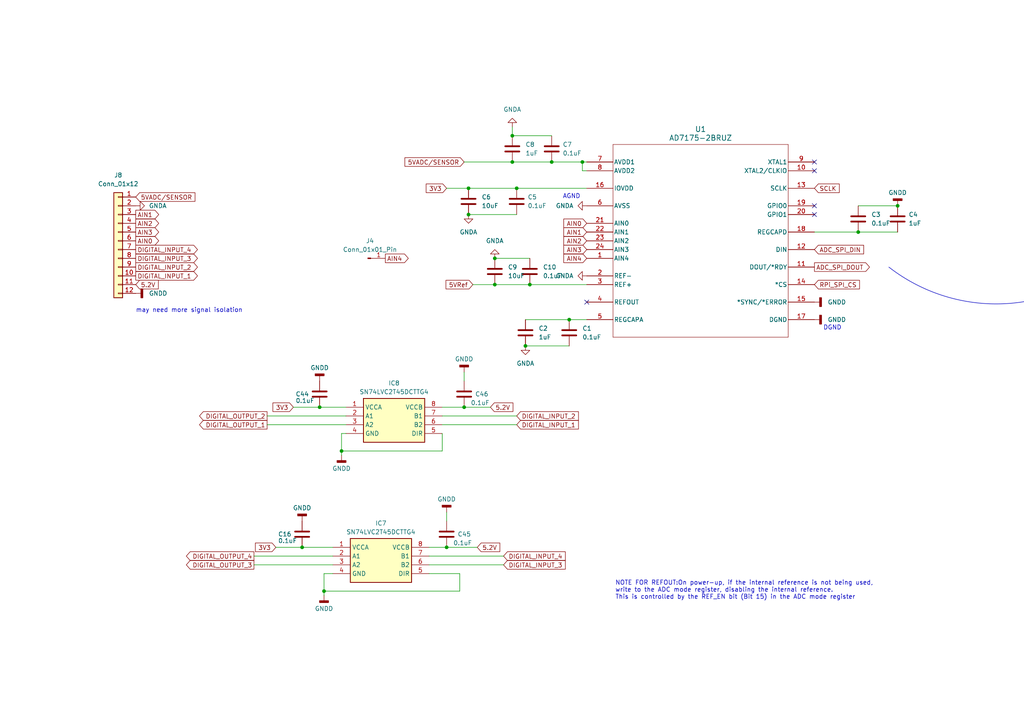
<source format=kicad_sch>
(kicad_sch (version 20230121) (generator eeschema)
  (paper "A4")
  (lib_symbols
    (symbol "Analog_ADC:AD7175-2BRUZ" (pin_names (offset 0.254))
      (property "Reference" "U" (at 33.02 10.16 0))
      (property "Value" "AD7175-2BRUZ" (at 33.02 7.62 0))
      (symbol "AD7175-2BRUZ_0_1"
        (polyline (pts (xy 7.62 -50.8) (xy 58.42 -50.8)) (stroke (width 0.127)))
        (polyline (pts (xy 7.62 5.08) (xy 7.62 -50.8)) (stroke (width 0.127)))
        (polyline (pts (xy 58.42 -50.8) (xy 58.42 5.08)) (stroke (width 0.127)))
        (polyline (pts (xy 58.42 5.08) (xy 7.62 5.08)) (stroke (width 0.127)))
        (pin unspecified line (at 0 -27.94 0) (length 7.62) (name "AIN4") (number "1"))
        (pin unspecified line (at 66.04 -2.54 180) (length 7.62) (name "XTAL2/CLKIO") (number "10"))
        (pin unspecified line (at 66.04 -30.48 180) (length 7.62) (name "DOUT/*RDY") (number "11"))
        (pin unspecified line (at 66.04 -25.4 180) (length 7.62) (name "DIN") (number "12"))
        (pin unspecified line (at 66.04 -7.62 180) (length 7.62) (name "SCLK") (number "13"))
        (pin unspecified line (at 66.04 -35.56 180) (length 7.62) (name "*CS") (number "14"))
        (pin unspecified line (at 66.04 -40.64 180) (length 7.62) (name "*SYNC/*ERROR") (number "15"))
        (pin unspecified line (at 0 -7.62 0) (length 7.62) (name "IOVDD") (number "16"))
        (pin unspecified line (at 66.04 -45.72 180) (length 7.62) (name "DGND") (number "17"))
        (pin unspecified line (at 66.04 -20.32 180) (length 7.62) (name "REGCAPD") (number "18"))
        (pin unspecified line (at 66.04 -12.7 180) (length 7.62) (name "GPIO0") (number "19"))
        (pin unspecified line (at 0 -33.02 0) (length 7.62) (name "REF-") (number "2"))
        (pin unspecified line (at 66.04 -15.24 180) (length 7.62) (name "GPIO1") (number "20"))
        (pin unspecified line (at 0 -17.78 0) (length 7.62) (name "AIN0") (number "21"))
        (pin unspecified line (at 0 -20.32 0) (length 7.62) (name "AIN1") (number "22"))
        (pin unspecified line (at 0 -22.86 0) (length 7.62) (name "AIN2") (number "23"))
        (pin unspecified line (at 0 -25.4 0) (length 7.62) (name "AIN3") (number "24"))
        (pin unspecified line (at 0 -35.56 0) (length 7.62) (name "REF+") (number "3"))
        (pin unspecified line (at 0 -40.64 0) (length 7.62) (name "REFOUT") (number "4"))
        (pin unspecified line (at 0 -45.72 0) (length 7.62) (name "REGCAPA") (number "5"))
        (pin unspecified line (at 0 -12.7 0) (length 7.62) (name "AVSS") (number "6"))
        (pin unspecified line (at 0 0 0) (length 7.62) (name "AVDD1") (number "7"))
        (pin unspecified line (at 0 -2.54 0) (length 7.62) (name "AVDD2") (number "8"))
        (pin unspecified line (at 66.04 0 180) (length 7.62) (name "XTAL1") (number "9"))
      )
    )
    (symbol "Connector:Conn_01x01_Pin" (pin_names (offset 1.016) hide)
      (property "Reference" "J" (at 0 2.54 0))
      (property "Value" "Conn_01x01_Pin" (at 0 -2.54 0))
      (symbol "Conn_01x01_Pin_1_1"
        (polyline (pts (xy 1.27 0) (xy 0.8636 0)) (stroke (width 0.1524)))
        (rectangle (start 0.8636 0.127) (end 0 -0.127) (stroke (width 0.1524)) (fill (type outline)))
        (pin passive line (at 5.08 0 180) (length 3.81) (name "Pin_1") (number "1"))
      )
    )
    (symbol "Connector_Generic:Conn_01x12" (pin_names (offset 1.016) hide)
      (property "Reference" "J" (at 0 15.24 0))
      (property "Value" "Conn_01x12" (at 0 -17.78 0))
      (symbol "Conn_01x12_1_1"
        (rectangle (start -1.27 -15.113) (end 0 -15.367) (stroke (width 0.1524)))
        (rectangle (start -1.27 -12.573) (end 0 -12.827) (stroke (width 0.1524)))
        (rectangle (start -1.27 -10.033) (end 0 -10.287) (stroke (width 0.1524)))
        (rectangle (start -1.27 -7.493) (end 0 -7.747) (stroke (width 0.1524)))
        (rectangle (start -1.27 -4.953) (end 0 -5.207) (stroke (width 0.1524)))
        (rectangle (start -1.27 -2.413) (end 0 -2.667) (stroke (width 0.1524)))
        (rectangle (start -1.27 0.127) (end 0 -0.127) (stroke (width 0.1524)))
        (rectangle (start -1.27 2.667) (end 0 2.413) (stroke (width 0.1524)))
        (rectangle (start -1.27 5.207) (end 0 4.953) (stroke (width 0.1524)))
        (rectangle (start -1.27 7.747) (end 0 7.493) (stroke (width 0.1524)))
        (rectangle (start -1.27 10.287) (end 0 10.033) (stroke (width 0.1524)))
        (rectangle (start -1.27 12.827) (end 0 12.573) (stroke (width 0.1524)))
        (rectangle (start -1.27 13.97) (end 1.27 -16.51) (stroke (width 0.254)) (fill (type background)))
        (pin passive line (at -5.08 12.7 0) (length 3.81) (name "Pin_1") (number "1"))
        (pin passive line (at -5.08 -10.16 0) (length 3.81) (name "Pin_10") (number "10"))
        (pin passive line (at -5.08 -12.7 0) (length 3.81) (name "Pin_11") (number "11"))
        (pin passive line (at -5.08 -15.24 0) (length 3.81) (name "Pin_12") (number "12"))
        (pin passive line (at -5.08 10.16 0) (length 3.81) (name "Pin_2") (number "2"))
        (pin passive line (at -5.08 7.62 0) (length 3.81) (name "Pin_3") (number "3"))
        (pin passive line (at -5.08 5.08 0) (length 3.81) (name "Pin_4") (number "4"))
        (pin passive line (at -5.08 2.54 0) (length 3.81) (name "Pin_5") (number "5"))
        (pin passive line (at -5.08 0 0) (length 3.81) (name "Pin_6") (number "6"))
        (pin passive line (at -5.08 -2.54 0) (length 3.81) (name "Pin_7") (number "7"))
        (pin passive line (at -5.08 -5.08 0) (length 3.81) (name "Pin_8") (number "8"))
        (pin passive line (at -5.08 -7.62 0) (length 3.81) (name "Pin_9") (number "9"))
      )
    )
    (symbol "Device:C" (pin_numbers hide) (pin_names (offset 0.254))
      (property "Reference" "C" (at 0.635 2.54 0))
      (property "Value" "C" (at 0.635 -2.54 0))
      (symbol "C_0_1"
        (polyline (pts (xy -2.032 -0.762) (xy 2.032 -0.762)) (stroke (width 0.508)))
        (polyline (pts (xy -2.032 0.762) (xy 2.032 0.762)) (stroke (width 0.508)))
      )
      (symbol "C_1_1"
        (pin passive line (at 0 3.81 270) (length 2.794) (name "~") (number "1"))
        (pin passive line (at 0 -3.81 90) (length 2.794) (name "~") (number "2"))
      )
    )
    (symbol "Logic_LevelTranslator:SN74LVC2T45DCTTG4"
      (property "Reference" "IC" (at 24.13 7.62 0))
      (property "Value" "SN74LVC2T45DCTTG4" (at 24.13 5.08 0))
      (symbol "SN74LVC2T45DCTTG4_1_1"
        (rectangle (start 5.08 2.54) (end 22.86 -10.16) (stroke (width 0.254)) (fill (type background)))
        (pin passive line (at 0 0 0) (length 5.08) (name "VCCA") (number "1"))
        (pin passive line (at 0 -2.54 0) (length 5.08) (name "A1") (number "2"))
        (pin passive line (at 0 -5.08 0) (length 5.08) (name "A2") (number "3"))
        (pin passive line (at 0 -7.62 0) (length 5.08) (name "GND") (number "4"))
        (pin passive line (at 27.94 -7.62 180) (length 5.08) (name "DIR") (number "5"))
        (pin passive line (at 27.94 -5.08 180) (length 5.08) (name "B2") (number "6"))
        (pin passive line (at 27.94 -2.54 180) (length 5.08) (name "B1") (number "7"))
        (pin passive line (at 27.94 0 180) (length 5.08) (name "VCCB") (number "8"))
      )
    )
    (symbol "power:GNDA" (power) (pin_names (offset 0))
      (property "Value" "GNDA" (at 0 -3.81 0))
      (symbol "GNDA_0_1"
        (polyline (pts (xy 0 0) (xy 0 -1.27) (xy 1.27 -1.27) (xy 0 -2.54) (xy -1.27 -1.27) (xy 0 -1.27)))
      )
      (symbol "GNDA_1_1"
        (pin power_in line (at 0 0 270) (length 0) hide (name "GNDA") (number "1"))
      )
    )
    (symbol "power:GNDD" (power) (pin_names (offset 0))
      (property "Value" "GNDD" (at 0 -3.175 0))
      (symbol "GNDD_0_1"
        (rectangle (start -1.27 -1.524) (end 1.27 -2.032) (stroke (width 0.254)) (fill (type outline)))
        (polyline (pts (xy 0 0) (xy 0 -1.524)))
      )
      (symbol "GNDD_1_1"
        (pin power_in line (at 0 0 270) (length 0) hide (name "GNDD") (number "1"))
      )
    )
  )
  (junction (at 260.35 59.69))
  (junction (at 165.1 92.71))
  (junction (at 148.59 46.99))
  (junction (at 87.63 158.75))
  (junction (at 99.06 130.81))
  (junction (at 149.86 54.61))
  (junction (at 135.89 54.61))
  (junction (at 152.4 100.33))
  (junction (at 129.54 158.75))
  (junction (at 92.71 118.11))
  (junction (at 93.98 171.45))
  (junction (at 160.02 46.99))
  (junction (at 168.91 46.99))
  (junction (at 148.59 39.37))
  (junction (at 143.51 74.93))
  (junction (at 135.89 62.23))
  (junction (at 153.67 82.55))
  (junction (at 143.51 82.55))
  (junction (at 248.92 67.31))
  (junction (at 134.62 118.11))
  (no_connect (at 236.22 46.99))
  (no_connect (at 236.22 59.69))
  (no_connect (at 170.18 87.63))
  (no_connect (at 236.22 62.23))
  (no_connect (at 236.22 49.53))
  (wire (pts (xy 124.46 158.75) (xy 129.54 158.75)))
  (wire (pts (xy 160.02 46.99) (xy 168.91 46.99)))
  (wire (pts (xy 248.92 67.31) (xy 260.35 67.31)))
  (wire (pts (xy 80.01 158.75) (xy 87.63 158.75)))
  (wire (pts (xy 128.27 123.19) (xy 149.86 123.19)))
  (wire (pts (xy 168.91 46.99) (xy 170.18 46.99)))
  (wire (pts (xy 135.89 54.61) (xy 149.86 54.61)))
  (wire (pts (xy 93.98 171.45) (xy 133.35 171.45)))
  (wire (pts (xy 100.33 118.11) (xy 92.71 118.11)))
  (wire (pts (xy 170.18 49.53) (xy 168.91 49.53)))
  (wire (pts (xy 129.54 54.61) (xy 135.89 54.61)))
  (wire (pts (xy 85.09 118.11) (xy 92.71 118.11)))
  (wire (pts (xy 73.66 161.29) (xy 96.52 161.29)))
  (wire (pts (xy 149.86 54.61) (xy 170.18 54.61)))
  (wire (pts (xy 128.27 125.73) (xy 128.27 130.81)))
  (wire (pts (xy 134.62 46.99) (xy 148.59 46.99)))
  (wire (pts (xy 146.05 161.29) (xy 124.46 161.29)))
  (wire (pts (xy 137.16 82.55) (xy 143.51 82.55)))
  (wire (pts (xy 148.59 36.83) (xy 148.59 39.37)))
  (wire (pts (xy 100.33 125.73) (xy 99.06 125.73)))
  (wire (pts (xy 134.62 118.11) (xy 142.24 118.11)))
  (wire (pts (xy 77.47 120.65) (xy 100.33 120.65)))
  (wire (pts (xy 124.46 166.37) (xy 133.35 166.37)))
  (wire (pts (xy 135.89 62.23) (xy 149.86 62.23)))
  (wire (pts (xy 99.06 130.81) (xy 99.06 132.08)))
  (wire (pts (xy 143.51 82.55) (xy 153.67 82.55)))
  (wire (pts (xy 128.27 118.11) (xy 134.62 118.11)))
  (wire (pts (xy 129.54 158.75) (xy 138.43 158.75)))
  (wire (pts (xy 124.46 163.83) (xy 146.05 163.83)))
  (wire (pts (xy 99.06 130.81) (xy 128.27 130.81)))
  (wire (pts (xy 134.62 110.49) (xy 134.62 107.95)))
  (wire (pts (xy 73.66 163.83) (xy 96.52 163.83)))
  (wire (pts (xy 148.59 46.99) (xy 160.02 46.99)))
  (wire (pts (xy 93.98 171.45) (xy 93.98 172.72)))
  (wire (pts (xy 248.92 59.69) (xy 260.35 59.69)))
  (wire (pts (xy 168.91 49.53) (xy 168.91 46.99)))
  (wire (pts (xy 152.4 100.33) (xy 165.1 100.33)))
  (wire (pts (xy 133.35 166.37) (xy 133.35 171.45)))
  (wire (pts (xy 236.22 67.31) (xy 248.92 67.31)))
  (wire (pts (xy 129.54 151.13) (xy 129.54 148.59)))
  (wire (pts (xy 93.98 166.37) (xy 93.98 171.45)))
  (wire (pts (xy 96.52 158.75) (xy 87.63 158.75)))
  (wire (pts (xy 152.4 92.71) (xy 165.1 92.71)))
  (wire (pts (xy 165.1 92.71) (xy 170.18 92.71)))
  (wire (pts (xy 96.52 166.37) (xy 93.98 166.37)))
  (wire (pts (xy 77.47 123.19) (xy 100.33 123.19)))
  (wire (pts (xy 148.59 39.37) (xy 160.02 39.37)))
  (wire (pts (xy 143.51 74.93) (xy 153.67 74.93)))
  (wire (pts (xy 99.06 125.73) (xy 99.06 130.81)))
  (wire (pts (xy 149.86 120.65) (xy 128.27 120.65)))
  (wire (pts (xy 153.67 82.55) (xy 170.18 82.55)))
  (arc (start 328.93 68.58) (mid 295.2112 87.7544) (end 257.81 77.47))
  (text "NOTE FOR REFOUT:On power-up, if the internal reference is not being used, \nwrite to the ADC mode register, disabling the internal reference. \nThis is controlled by the REF_EN bit (Bit 15) in the ADC mode register" (at 178.435 173.99 0) (effects (font (size 1.27 1.27)) (justify left bottom)))
  (text "AGND" (at 163.195 57.785 0) (effects (font (size 1.27 1.27)) (justify left bottom)))
  (text "may need more signal isolation" (at 39.37 90.805 0) (effects (font (size 1.27 1.27)) (justify left bottom)))
  (text "naming scheme check" (at 328.93 69.85 0) (effects (font (size 1.27 1.27)) (justify left bottom)))
  (text "DGND" (at 238.76 95.885 0) (effects (font (size 1.27 1.27)) (justify left bottom)))
  (global_label "3V3" (shape input) (at 80.01 158.75 180) (property "Intersheetrefs" "${INTERSHEET_REFS}" (effects hide)))
  (global_label "3V3" (shape input) (at 129.54 54.61 180) (property "Intersheetrefs" "${INTERSHEET_REFS}" (effects hide)))
  (global_label "DIGITAL_INPUT_4" (shape input) (at 146.05 161.29 0) (property "Intersheetrefs" "${INTERSHEET_REFS}" (effects hide)))
  (global_label "DIGITAL_INPUT_1" (shape input) (at 149.86 123.19 0) (property "Intersheetrefs" "${INTERSHEET_REFS}" (effects hide)))
  (global_label "AIN2" (shape output) (at 39.37 64.77 0) (property "Intersheetrefs" "${INTERSHEET_REFS}" (effects hide)))
  (global_label "DIGITAL_INPUT_3" (shape input) (at 146.05 163.83 0) (property "Intersheetrefs" "${INTERSHEET_REFS}" (effects hide)))
  (global_label "RPi_SPI_CS" (shape input) (at 236.22 82.55 0) (property "Intersheetrefs" "${INTERSHEET_REFS}" (effects hide)))
  (global_label "AIN4" (shape output) (at 111.76 74.93 0) (property "Intersheetrefs" "${INTERSHEET_REFS}" (effects hide)))
  (global_label "SCLK" (shape input) (at 236.22 54.61 0) (property "Intersheetrefs" "${INTERSHEET_REFS}" (effects hide)))
  (global_label "5.2V" (shape input) (at 39.37 82.55 0) (property "Intersheetrefs" "${INTERSHEET_REFS}" (effects hide)))
  (global_label "DIGITAL_INPUT_1" (shape output) (at 39.37 80.01 0) (property "Intersheetrefs" "${INTERSHEET_REFS}" (effects hide)))
  (global_label "3V3" (shape input) (at 85.09 118.11 180) (property "Intersheetrefs" "${INTERSHEET_REFS}" (effects hide)))
  (global_label "ADC_SPI_DOUT" (shape output) (at 236.22 77.47 0) (property "Intersheetrefs" "${INTERSHEET_REFS}" (effects hide)))
  (global_label "DIGITAL_INPUT_2" (shape input) (at 149.86 120.65 0) (property "Intersheetrefs" "${INTERSHEET_REFS}" (effects hide)))
  (global_label "5.2V" (shape input) (at 142.24 118.11 0) (property "Intersheetrefs" "${INTERSHEET_REFS}" (effects hide)))
  (global_label "AIN4" (shape input) (at 170.18 74.93 180) (property "Intersheetrefs" "${INTERSHEET_REFS}" (effects hide)))
  (global_label "DIGITAL_INPUT_2" (shape output) (at 39.37 77.47 0) (property "Intersheetrefs" "${INTERSHEET_REFS}" (effects hide)))
  (global_label "AIN1" (shape input) (at 170.18 67.31 180) (property "Intersheetrefs" "${INTERSHEET_REFS}" (effects hide)))
  (global_label "AIN2" (shape input) (at 170.18 69.85 180) (property "Intersheetrefs" "${INTERSHEET_REFS}" (effects hide)))
  (global_label "5VADC{slash}SENSOR" (shape input) (at 134.62 46.99 180) (property "Intersheetrefs" "${INTERSHEET_REFS}" (effects hide)))
  (global_label "5VRef" (shape input) (at 137.16 82.55 180) (property "Intersheetrefs" "${INTERSHEET_REFS}" (effects hide)))
  (global_label "DIGITAL_OUTPUT_4" (shape output) (at 73.66 161.29 180) (property "Intersheetrefs" "${INTERSHEET_REFS}" (effects hide)))
  (global_label "ADC_SPI_DIN" (shape input) (at 236.22 72.39 0) (property "Intersheetrefs" "${INTERSHEET_REFS}" (effects hide)))
  (global_label "DIGITAL_OUTPUT_3" (shape output) (at 73.66 163.83 180) (property "Intersheetrefs" "${INTERSHEET_REFS}" (effects hide)))
  (global_label "DIGITAL_INPUT_3" (shape output) (at 39.37 74.93 0) (property "Intersheetrefs" "${INTERSHEET_REFS}" (effects hide)))
  (global_label "DIGITAL_OUTPUT_2" (shape output) (at 77.47 120.65 180) (property "Intersheetrefs" "${INTERSHEET_REFS}" (effects hide)))
  (global_label "AIN1" (shape output) (at 39.37 62.23 0) (property "Intersheetrefs" "${INTERSHEET_REFS}" (effects hide)))
  (global_label "DIGITAL_OUTPUT_1" (shape output) (at 77.47 123.19 180) (property "Intersheetrefs" "${INTERSHEET_REFS}" (effects hide)))
  (global_label "AIN3" (shape input) (at 170.18 72.39 180) (property "Intersheetrefs" "${INTERSHEET_REFS}" (effects hide)))
  (global_label "AIN3" (shape output) (at 39.37 67.31 0) (property "Intersheetrefs" "${INTERSHEET_REFS}" (effects hide)))
  (global_label "5.2V" (shape input) (at 138.43 158.75 0) (property "Intersheetrefs" "${INTERSHEET_REFS}" (effects hide)))
  (global_label "AIN0" (shape input) (at 170.18 64.77 180) (property "Intersheetrefs" "${INTERSHEET_REFS}" (effects hide)))
  (global_label "AIN0" (shape output) (at 39.37 69.85 0) (property "Intersheetrefs" "${INTERSHEET_REFS}" (effects hide)))
  (global_label "DIGITAL_INPUT_4" (shape output) (at 39.37 72.39 0) (property "Intersheetrefs" "${INTERSHEET_REFS}" (effects hide)))
  (global_label "5VADC{slash}SENSOR" (shape input) (at 39.37 57.15 0) (property "Intersheetrefs" "${INTERSHEET_REFS}" (effects hide)))
  (symbol (lib_id "Device:C") (at 260.35 63.5 0) (unit 1)
    (property "Reference" "C4" (at 263.525 62.23 0) (effects (justify left)))
    (property "Value" "1uF" (at 263.525 64.77 0) (effects (justify left)))
    (property "Footprint" "Capacitor_SMD:C_0402_1005Metric" (effects hide))
  )
  (symbol (lib_id "Device:C") (at 152.4 96.52 0) (unit 1)
    (property "Reference" "C2" (at 156.21 95.25 0) (effects (justify left)))
    (property "Value" "1uF" (at 156.21 97.79 0) (effects (justify left)))
    (property "Footprint" "Capacitor_SMD:C_0402_1005Metric" (effects hide))
  )
  (symbol (lib_id "Device:C") (at 129.54 154.94 0) (unit 1)
    (property "Reference" "C45" (at 132.715 154.94 0) (effects (justify left)))
    (property "Value" "0.1uF" (at 131.445 157.48 0) (effects (justify left)))
    (property "Footprint" "Capacitor_SMD:C_0402_1005Metric" (effects hide))
  )
  (symbol (lib_id "Device:C") (at 153.67 78.74 0) (unit 1)
    (property "Reference" "C10" (at 157.48 77.47 0) (effects (justify left)))
    (property "Value" "0.1uF" (at 157.48 80.01 0) (effects (justify left)))
    (property "Footprint" "Capacitor_SMD:C_0402_1005Metric" (effects hide))
  )
  (symbol (lib_id "power:GNDD") (at 260.35 59.69 180) (unit 1)
    (property "Reference" "#PWR06" (effects hide))
    (property "Value" "GNDD" (at 260.35 55.88 0))
  )
  (symbol (lib_id "Device:C") (at 160.02 43.18 0) (unit 1)
    (property "Reference" "C7" (at 163.195 41.91 0) (effects (justify left)))
    (property "Value" "0.1uF" (at 163.195 44.45 0) (effects (justify left)))
    (property "Footprint" "Capacitor_SMD:C_0402_1005Metric" (effects hide))
  )
  (symbol (lib_id "Device:C") (at 148.59 43.18 0) (unit 1)
    (property "Reference" "C8" (at 152.4 41.91 0) (effects (justify left)))
    (property "Value" "1uF" (at 152.4 44.45 0) (effects (justify left)))
    (property "Footprint" "Capacitor_SMD:C_0402_1005Metric" (effects hide))
  )
  (symbol (lib_id "power:GNDA") (at 148.59 36.83 180) (unit 1)
    (property "Reference" "#PWR08" (effects hide))
    (property "Value" "GNDA" (at 148.59 31.75 0))
  )
  (symbol (lib_id "Logic_LevelTranslator:SN74LVC2T45DCTTG4") (at 96.52 158.75 0) (unit 1)
    (property "Reference" "IC7" (at 110.49 151.765 0))
    (property "Value" "SN74LVC2T45DCTTG4" (at 110.49 154.305 0))
    (property "Footprint" "Package_SO:VSSOP-8_2.4x2.1mm_P0.5mm" (effects hide))
    (property "Datasheet" "https://www.ti.com/lit/gpn/sn74lvc2t45" (effects hide))
    (property "Height" "1.3" (effects hide))
    (property "Mouser Part Number" "595-N74LVC2T45DCTTG4" (effects hide))
    (property "Mouser Price/Stock" "https://www.mouser.co.uk/ProductDetail/Texas-Instruments/SN74LVC2T45DCTTG4?qs=XGzIaZb%2FFYLbZIU5ydXfng%3D%3D" (effects hide))
    (property "Manufacturer_Name" "Texas Instruments" (effects hide))
    (property "Manufacturer_Part_Number" "SN74LVC2T45DCTTG4" (effects hide))
  )
  (symbol (lib_id "power:GNDD") (at 39.37 85.09 90) (unit 1)
    (property "Reference" "#PWR012" (effects hide))
    (property "Value" "GNDD" (at 43.18 85.09 90) (effects (justify right)))
  )
  (symbol (lib_id "Device:C") (at 135.89 58.42 0) (unit 1)
    (property "Reference" "C6" (at 139.7 57.15 0) (effects (justify left)))
    (property "Value" "10uF" (at 139.7 59.69 0) (effects (justify left)))
    (property "Footprint" "Capacitor_SMD:C_0402_1005Metric" (effects hide))
  )
  (symbol (lib_id "power:GNDA") (at 39.37 59.69 90) (unit 1)
    (property "Reference" "#PWR019" (effects hide))
    (property "Value" "GNDA" (at 43.18 59.69 90) (effects (justify right)))
  )
  (symbol (lib_id "Device:C") (at 92.71 114.3 0) (unit 1)
    (property "Reference" "C44" (at 85.725 114.3 0) (effects (justify left)))
    (property "Value" "0.1uF" (at 85.725 116.205 0) (effects (justify left)))
    (property "Footprint" "Capacitor_SMD:C_0402_1005Metric" (effects hide))
  )
  (symbol (lib_id "Device:C") (at 143.51 78.74 0) (unit 1)
    (property "Reference" "C9" (at 147.32 77.47 0) (effects (justify left)))
    (property "Value" "10uF" (at 147.32 80.01 0) (effects (justify left)))
    (property "Footprint" "Capacitor_SMD:C_0402_1005Metric" (effects hide))
  )
  (symbol (lib_id "power:GNDD") (at 134.62 107.95 180) (unit 1)
    (property "Reference" "#PWR064" (effects hide))
    (property "Value" "GNDD" (at 134.62 104.14 0))
  )
  (symbol (lib_id "power:GNDD") (at 129.54 148.59 180) (unit 1)
    (property "Reference" "#PWR065" (effects hide))
    (property "Value" "GNDD" (at 129.54 144.78 0))
  )
  (symbol (lib_id "power:GNDA") (at 152.4 100.33 0) (unit 1)
    (property "Reference" "#PWR05" (effects hide))
    (property "Value" "GNDA" (at 152.4 105.41 0))
  )
  (symbol (lib_id "Device:C") (at 149.86 58.42 0) (unit 1)
    (property "Reference" "C5" (at 153.035 57.15 0) (effects (justify left)))
    (property "Value" "0.1uF" (at 153.035 59.69 0) (effects (justify left)))
    (property "Footprint" "Capacitor_SMD:C_0402_1005Metric" (effects hide))
  )
  (symbol (lib_id "Device:C") (at 87.63 154.94 0) (unit 1)
    (property "Reference" "C16" (at 80.645 154.94 0) (effects (justify left)))
    (property "Value" "0.1uF" (at 80.645 156.845 0) (effects (justify left)))
    (property "Footprint" "Capacitor_SMD:C_0402_1005Metric" (effects hide))
  )
  (symbol (lib_id "power:GNDD") (at 236.22 92.71 90) (unit 1)
    (property "Reference" "#PWR011" (effects hide))
    (property "Value" "GNDD" (at 240.03 92.71 90) (effects (justify right)))
  )
  (symbol (lib_id "power:GNDD") (at 99.06 132.08 0) (unit 1)
    (property "Reference" "#PWR066" (effects hide))
    (property "Value" "GNDD" (at 99.06 135.89 0))
  )
  (symbol (lib_id "Logic_LevelTranslator:SN74LVC2T45DCTTG4") (at 100.33 118.11 0) (unit 1)
    (property "Reference" "IC8" (at 114.3 111.125 0))
    (property "Value" "SN74LVC2T45DCTTG4" (at 114.3 113.665 0))
    (property "Footprint" "Package_SO:VSSOP-8_2.4x2.1mm_P0.5mm" (effects hide))
    (property "Datasheet" "https://www.ti.com/lit/gpn/sn74lvc2t45" (effects hide))
    (property "Height" "1.3" (effects hide))
    (property "Mouser Part Number" "595-N74LVC2T45DCTTG4" (effects hide))
    (property "Mouser Price/Stock" "https://www.mouser.co.uk/ProductDetail/Texas-Instruments/SN74LVC2T45DCTTG4?qs=XGzIaZb%2FFYLbZIU5ydXfng%3D%3D" (effects hide))
    (property "Manufacturer_Name" "Texas Instruments" (effects hide))
    (property "Manufacturer_Part_Number" "SN74LVC2T45DCTTG4" (effects hide))
  )
  (symbol (lib_id "power:GNDA") (at 170.18 59.69 270) (unit 1)
    (property "Reference" "#PWR063" (effects hide))
    (property "Value" "GNDA" (at 166.37 59.69 90) (effects (justify right)))
  )
  (symbol (lib_id "Connector_Generic:Conn_01x12") (at 34.29 69.85 0) (mirror y) (unit 1)
    (property "Reference" "J8" (at 34.29 50.8 0))
    (property "Value" "Conn_01x12" (at 34.29 53.34 0))
    (property "Footprint" "21xt_footprints:908160012" (effects hide))
  )
  (symbol (lib_id "Device:C") (at 248.92 63.5 0) (unit 1)
    (property "Reference" "C3" (at 252.73 62.23 0) (effects (justify left)))
    (property "Value" "0.1uF" (at 252.73 64.77 0) (effects (justify left)))
    (property "Footprint" "Capacitor_SMD:C_0402_1005Metric" (effects hide))
  )
  (symbol (lib_id "power:GNDD") (at 93.98 172.72 0) (unit 1)
    (property "Reference" "#PWR059" (effects hide))
    (property "Value" "GNDD" (at 93.98 176.53 0))
  )
  (symbol (lib_id "power:GNDA") (at 170.18 80.01 270) (unit 1)
    (property "Reference" "#PWR09" (effects hide))
    (property "Value" "GNDA" (at 166.37 80.01 90) (effects (justify right)))
  )
  (symbol (lib_id "power:GNDD") (at 236.22 87.63 90) (unit 1)
    (property "Reference" "#PWR04" (effects hide))
    (property "Value" "GNDD" (at 240.03 87.63 90) (effects (justify right)))
  )
  (symbol (lib_id "Connector:Conn_01x01_Pin") (at 106.68 74.93 0) (unit 1)
    (property "Reference" "J4" (at 107.315 69.85 0))
    (property "Value" "Conn_01x01_Pin" (at 107.315 72.39 0))
    (property "Footprint" "Connector_PinHeader_1.00mm:PinHeader_1x01_P1.00mm_Vertical" (effects hide))
  )
  (symbol (lib_id "power:GNDD") (at 92.71 110.49 180) (unit 1)
    (property "Reference" "#PWR032" (effects hide))
    (property "Value" "GNDD" (at 92.71 106.68 0))
  )
  (symbol (lib_id "Device:C") (at 165.1 96.52 0) (unit 1)
    (property "Reference" "C1" (at 168.91 95.25 0) (effects (justify left)))
    (property "Value" "0.1uF" (at 168.91 97.79 0) (effects (justify left)))
    (property "Footprint" "Capacitor_SMD:C_0402_1005Metric" (effects hide))
  )
  (symbol (lib_id "power:GNDD") (at 87.63 151.13 180) (unit 1)
    (property "Reference" "#PWR014" (effects hide))
    (property "Value" "GNDD" (at 87.63 147.32 0))
  )
  (symbol (lib_id "Analog_ADC:AD7175-2BRUZ") (at 170.18 46.99 0) (unit 1)
    (property "Reference" "U1" (at 203.2 37.465 0) (effects (font (size 1.524 1.524))))
    (property "Value" "AD7175-2BRUZ" (at 203.2 40.005 0) (effects (font (size 1.524 1.524))))
    (property "Footprint" "21xt_footprints:SOP65P640X120-24N" (effects hide))
    (property "Datasheet" "AD7175-2BRUZ" (effects hide))
  )
  (symbol (lib_id "power:GNDA") (at 135.89 62.23 0) (unit 1)
    (property "Reference" "#PWR07" (effects hide))
    (property "Value" "GNDA" (at 135.89 67.31 0))
  )
  (symbol (lib_id "Device:C") (at 134.62 114.3 0) (unit 1)
    (property "Reference" "C46" (at 137.795 114.3 0) (effects (justify left)))
    (property "Value" "0.1uF" (at 136.525 116.84 0) (effects (justify left)))
    (property "Footprint" "Capacitor_SMD:C_0402_1005Metric" (effects hide))
  )
  (symbol (lib_id "power:GNDA") (at 143.51 74.93 180) (unit 1)
    (property "Reference" "#PWR010" (effects hide))
    (property "Value" "GNDA" (at 143.51 69.85 0))
  )
)
</source>
